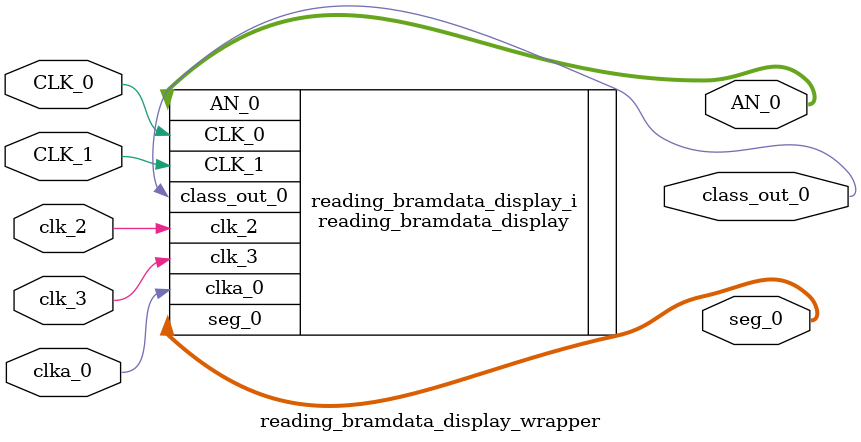
<source format=v>
`timescale 1 ps / 1 ps

module reading_bramdata_display_wrapper
   (AN_0,
    CLK_0,
    CLK_1,
    class_out_0,
    clk_2,
    clk_3,
    clka_0,
    seg_0);
  output [7:0]AN_0;
  input CLK_0;
  input CLK_1;
  output class_out_0;
  input clk_2;
  input clk_3;
  input clka_0;
  output [6:0]seg_0;

  wire [7:0]AN_0;
  wire CLK_0;
  wire CLK_1;
  wire class_out_0;
  wire clk_2;
  wire clk_3;
  wire clka_0;
  wire [6:0]seg_0;

  reading_bramdata_display reading_bramdata_display_i
       (.AN_0(AN_0),
        .CLK_0(CLK_0),
        .CLK_1(CLK_1),
        .class_out_0(class_out_0),
        .clk_2(clk_2),
        .clk_3(clk_3),
        .clka_0(clka_0),
        .seg_0(seg_0));
endmodule

</source>
